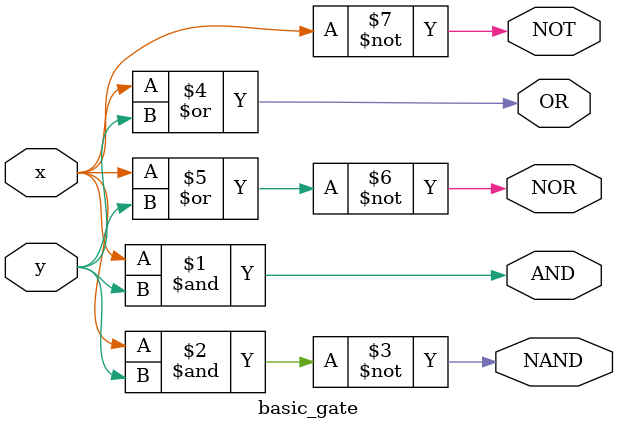
<source format=v>
module basic_gate(
 	input x,y,
 	output AND,OR,NAND,NOR,NOT);

	and  g1 (AND,x,y);
	nand g2 (NAND,x,y);
	or   g3 (OR,x,y);
	nor  g4 (NOR,x,y);
	not  g5 (NOT,x);

endmodule

</source>
